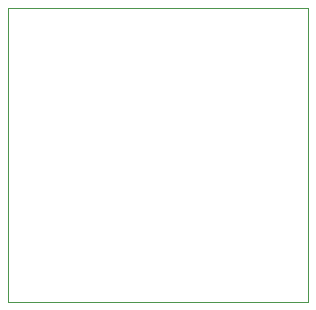
<source format=gbr>
%TF.GenerationSoftware,KiCad,Pcbnew,(7.0.0-rc1-145-gbd6d0b6cb6)*%
%TF.CreationDate,2023-03-28T23:28:49+02:00*%
%TF.ProjectId,2HBR_MINIMAL,32484252-5f4d-4494-9e49-4d414c2e6b69,rev?*%
%TF.SameCoordinates,Original*%
%TF.FileFunction,Profile,NP*%
%FSLAX46Y46*%
G04 Gerber Fmt 4.6, Leading zero omitted, Abs format (unit mm)*
G04 Created by KiCad (PCBNEW (7.0.0-rc1-145-gbd6d0b6cb6)) date 2023-03-28 23:28:49*
%MOMM*%
%LPD*%
G01*
G04 APERTURE LIST*
%TA.AperFunction,Profile*%
%ADD10C,0.100000*%
%TD*%
G04 APERTURE END LIST*
D10*
X147320000Y-96520000D02*
X121920000Y-96520000D01*
X121920000Y-96520000D02*
X121920000Y-121412000D01*
X121920000Y-121412000D02*
X147320000Y-121412000D01*
X147320000Y-121412000D02*
X147320000Y-96520000D01*
M02*

</source>
